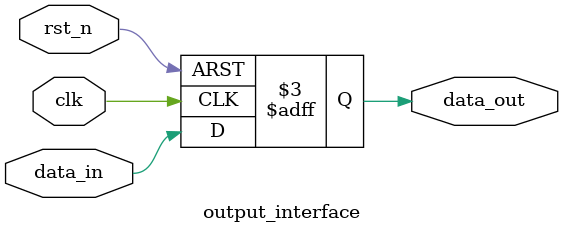
<source format=sv>
module xor_port_style #(
    parameter TECHNOLOGY = "GENERIC",
    parameter PIPELINE_STAGES = 2  // 流水线级数参数
)(
    input  wire clk,          // 时钟输入
    input  wire rst_n,        // 复位信号，低电平有效
    input  wire a,            // 第一操作数输入
    input  wire b,            // 第二操作数输入
    output wire y             // 处理结果输出
);
    // 数据流关键点信号声明
    wire conditioned_a, conditioned_b;     // 调理后的输入
    wire xor_result;                        // XOR运算结果
    
    // 流水线寄存器
    reg [PIPELINE_STAGES-1:0] pipeline_data;
    
    // 第一阶段：输入调理
    input_conditioning #(
        .TECHNOLOGY(TECHNOLOGY)
    ) input_stage (
        .clk(clk),
        .rst_n(rst_n),
        .raw_input_a(a),
        .raw_input_b(b),
        .conditioned_a(conditioned_a),
        .conditioned_b(conditioned_b)
    );
    
    // 第二阶段：XOR逻辑核心
    xor_logic_core #(
        .TECHNOLOGY(TECHNOLOGY)
    ) logic_unit (
        .clk(clk),
        .rst_n(rst_n),
        .operand_a(conditioned_a),
        .operand_b(conditioned_b),
        .result(xor_result)
    );
    
    // 第三阶段：流水线处理
    always @(posedge clk or negedge rst_n) begin
        if (!rst_n) begin
            pipeline_data <= {PIPELINE_STAGES{1'b0}};
        end else begin
            pipeline_data <= {pipeline_data[PIPELINE_STAGES-2:0], xor_result};
        end
    end
    
    // 第四阶段：输出接口
    output_interface #(
        .TECHNOLOGY(TECHNOLOGY)
    ) output_stage (
        .clk(clk),
        .rst_n(rst_n),
        .data_in(pipeline_data[PIPELINE_STAGES-1]),
        .data_out(y)
    );
    
endmodule

// 输入处理子模块：增强的输入信号处理
module input_conditioning #(
    parameter TECHNOLOGY = "GENERIC"
)(
    input  wire clk,
    input  wire rst_n,
    input  wire raw_input_a,
    input  wire raw_input_b,
    output reg  conditioned_a,
    output reg  conditioned_b
);
    // 添加寄存器级以分割输入路径
    always @(posedge clk or negedge rst_n) begin
        if (!rst_n) begin
            conditioned_a <= 1'b0;
            conditioned_b <= 1'b0;
        end else begin
            // 技术参数相关处理
            case (TECHNOLOGY)
                "LOW_POWER": begin
                    // 低功耗实现添加额外时钟门控（简化示意）
                    conditioned_a <= raw_input_a;
                    conditioned_b <= raw_input_b;
                end
                "HIGH_PERFORMANCE": begin
                    // 高性能实现可能包含预处理
                    conditioned_a <= raw_input_a;
                    conditioned_b <= raw_input_b;
                end
                default: begin
                    // 默认实现
                    conditioned_a <= raw_input_a;
                    conditioned_b <= raw_input_b;
                end
            endcase
        end
    end
endmodule

// XOR逻辑核心子模块：重组的XOR运算核心单元
module xor_logic_core #(
    parameter TECHNOLOGY = "GENERIC"
)(
    input  wire clk,
    input  wire rst_n,
    input  wire operand_a,
    input  wire operand_b,
    output reg  result
);
    // 中间信号声明
    wire xor_combinational;
    
    // 不同工艺下的XOR组合逻辑实现
    generate
        if (TECHNOLOGY == "HIGH_PERFORMANCE") begin
            // 高性能实现（直接XOR，优化速度）
            assign xor_combinational = operand_a ^ operand_b;
        end else if (TECHNOLOGY == "LOW_POWER") begin
            // 低功耗实现 - 重构为更清晰的数据流
            wire nand_ab;
            wire nand_a_nand;
            wire nand_b_nand;
            
            // 拆分组合逻辑路径，减少逻辑深度
            assign nand_ab = ~(operand_a & operand_b);
            assign nand_a_nand = ~(operand_a & nand_ab);
            assign nand_b_nand = ~(operand_b & nand_ab);
            assign xor_combinational = ~(nand_a_nand & nand_b_nand);
        end else begin
            // 默认通用实现
            assign xor_combinational = operand_a ^ operand_b;
        end
    endgenerate
    
    // 添加寄存器级，分割组合逻辑路径
    always @(posedge clk or negedge rst_n) begin
        if (!rst_n) begin
            result <= 1'b0;
        end else begin
            result <= xor_combinational;
        end
    end
endmodule

// 输出接口子模块：增强的输出驱动与控制
module output_interface #(
    parameter TECHNOLOGY = "GENERIC"
)(
    input  wire clk,
    input  wire rst_n,
    input  wire data_in,
    output reg  data_out
);
    // 添加输出缓冲寄存器提高驱动能力和时序稳定性
    always @(posedge clk or negedge rst_n) begin
        if (!rst_n) begin
            data_out <= 1'b0;
        end else begin
            case (TECHNOLOGY)
                "HIGH_PERFORMANCE": begin
                    // 高性能输出路径，减少输出延迟
                    data_out <= data_in;
                end
                "LOW_POWER": begin
                    // 低功耗输出实现
                    data_out <= data_in;
                end
                default: begin
                    // 默认输出路径
                    data_out <= data_in;
                end
            endcase
        end
    end
endmodule
</source>
